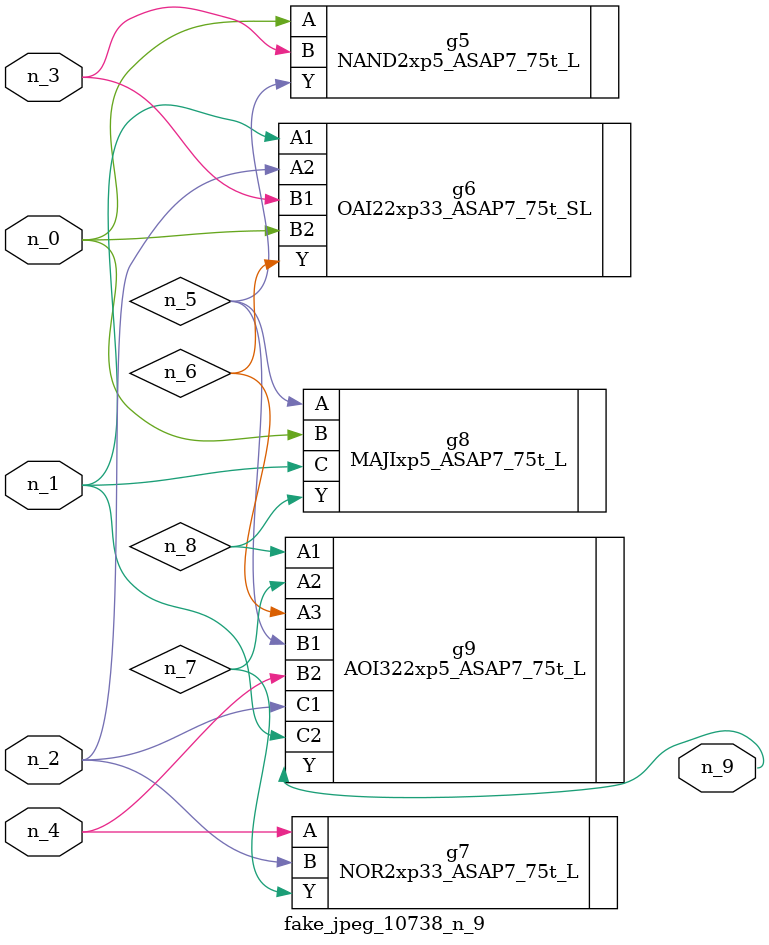
<source format=v>
module fake_jpeg_10738_n_9 (n_3, n_2, n_1, n_0, n_4, n_9);

input n_3;
input n_2;
input n_1;
input n_0;
input n_4;

output n_9;

wire n_8;
wire n_6;
wire n_5;
wire n_7;

NAND2xp5_ASAP7_75t_L g5 ( 
.A(n_0),
.B(n_3),
.Y(n_5)
);

OAI22xp33_ASAP7_75t_SL g6 ( 
.A1(n_1),
.A2(n_2),
.B1(n_3),
.B2(n_0),
.Y(n_6)
);

NOR2xp33_ASAP7_75t_L g7 ( 
.A(n_4),
.B(n_2),
.Y(n_7)
);

MAJIxp5_ASAP7_75t_L g8 ( 
.A(n_5),
.B(n_0),
.C(n_1),
.Y(n_8)
);

AOI322xp5_ASAP7_75t_L g9 ( 
.A1(n_8),
.A2(n_7),
.A3(n_6),
.B1(n_5),
.B2(n_4),
.C1(n_2),
.C2(n_1),
.Y(n_9)
);


endmodule
</source>
